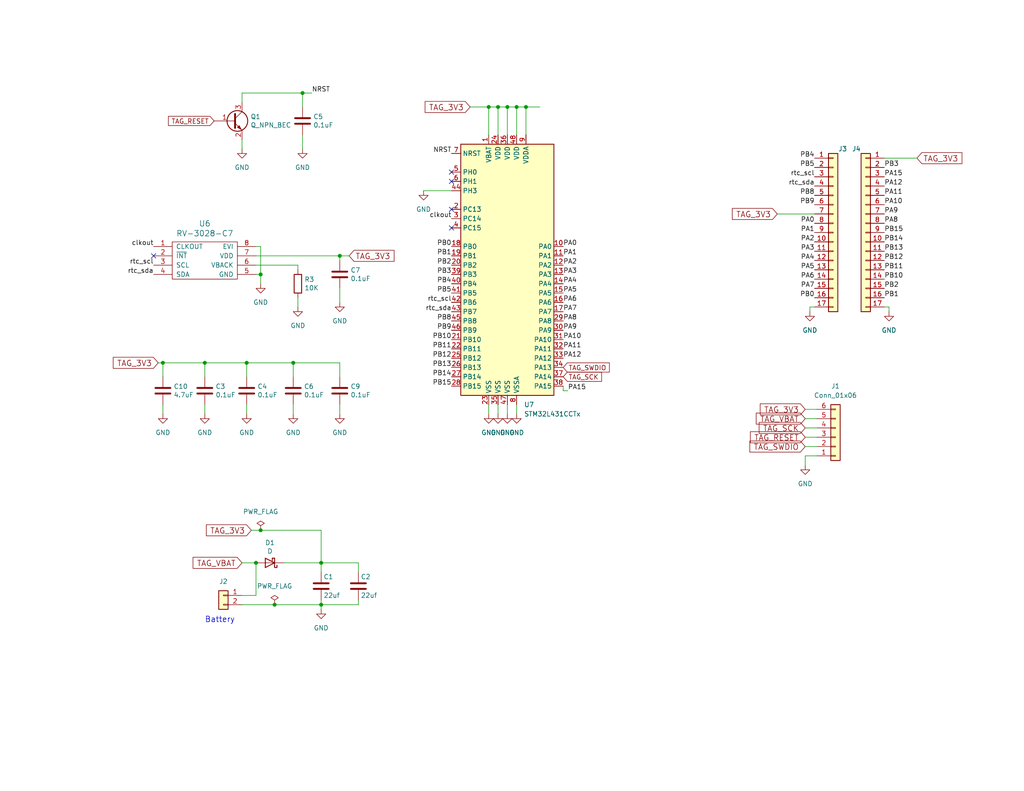
<source format=kicad_sch>
(kicad_sch (version 20211123) (generator eeschema)
  (paper "USLetter")
  (title_block (title "Tag Breakout Board with flash and stlink interface") (date "2024-04-15"))
  (lib_symbols
    (symbol "Connector_Generic:Conn_01x02" (pin_names (offset 1.016) hide)
      (property "Reference" "J" (at 0 2.54 0))
      (property "Value" "Conn_01x02" (at 0 -5.08 0))
      (symbol "Conn_01x02_1_1"
        (rectangle (start -1.27 -2.413) (end 0 -2.667) (stroke (width 0.1524)))
        (rectangle (start -1.27 0.127) (end 0 -0.127) (stroke (width 0.1524)))
        (rectangle (start -1.27 1.27) (end 1.27 -3.81) (stroke (width 0.254)) (fill (type background)))
        (pin passive line (at -5.08 0 0) (length 3.81) (name "Pin_1") (number "1"))
        (pin passive line (at -5.08 -2.54 0) (length 3.81) (name "Pin_2") (number "2"))
      )
    )
    (symbol "Connector_Generic:Conn_01x06" (pin_names (offset 1.016) hide)
      (property "Reference" "J" (at 0 7.62 0))
      (property "Value" "Conn_01x06" (at 0 -10.16 0))
      (symbol "Conn_01x06_1_1"
        (rectangle (start -1.27 -7.493) (end 0 -7.747) (stroke (width 0.1524)))
        (rectangle (start -1.27 -4.953) (end 0 -5.207) (stroke (width 0.1524)))
        (rectangle (start -1.27 -2.413) (end 0 -2.667) (stroke (width 0.1524)))
        (rectangle (start -1.27 0.127) (end 0 -0.127) (stroke (width 0.1524)))
        (rectangle (start -1.27 2.667) (end 0 2.413) (stroke (width 0.1524)))
        (rectangle (start -1.27 5.207) (end 0 4.953) (stroke (width 0.1524)))
        (rectangle (start -1.27 6.35) (end 1.27 -8.89) (stroke (width 0.254)) (fill (type background)))
        (pin passive line (at -5.08 5.08 0) (length 3.81) (name "Pin_1") (number "1"))
        (pin passive line (at -5.08 2.54 0) (length 3.81) (name "Pin_2") (number "2"))
        (pin passive line (at -5.08 0 0) (length 3.81) (name "Pin_3") (number "3"))
        (pin passive line (at -5.08 -2.54 0) (length 3.81) (name "Pin_4") (number "4"))
        (pin passive line (at -5.08 -5.08 0) (length 3.81) (name "Pin_5") (number "5"))
        (pin passive line (at -5.08 -7.62 0) (length 3.81) (name "Pin_6") (number "6"))
      )
    )
    (symbol "Connector_Generic:Conn_01x17" (pin_names (offset 1.016) hide)
      (property "Reference" "J" (at 0 22.86 0))
      (property "Value" "Conn_01x17" (at 0 -22.86 0))
      (symbol "Conn_01x17_1_1"
        (rectangle (start -1.27 -20.193) (end 0 -20.447) (stroke (width 0.1524)))
        (rectangle (start -1.27 -17.653) (end 0 -17.907) (stroke (width 0.1524)))
        (rectangle (start -1.27 -15.113) (end 0 -15.367) (stroke (width 0.1524)))
        (rectangle (start -1.27 -12.573) (end 0 -12.827) (stroke (width 0.1524)))
        (rectangle (start -1.27 -10.033) (end 0 -10.287) (stroke (width 0.1524)))
        (rectangle (start -1.27 -7.493) (end 0 -7.747) (stroke (width 0.1524)))
        (rectangle (start -1.27 -4.953) (end 0 -5.207) (stroke (width 0.1524)))
        (rectangle (start -1.27 -2.413) (end 0 -2.667) (stroke (width 0.1524)))
        (rectangle (start -1.27 0.127) (end 0 -0.127) (stroke (width 0.1524)))
        (rectangle (start -1.27 2.667) (end 0 2.413) (stroke (width 0.1524)))
        (rectangle (start -1.27 5.207) (end 0 4.953) (stroke (width 0.1524)))
        (rectangle (start -1.27 7.747) (end 0 7.493) (stroke (width 0.1524)))
        (rectangle (start -1.27 10.287) (end 0 10.033) (stroke (width 0.1524)))
        (rectangle (start -1.27 12.827) (end 0 12.573) (stroke (width 0.1524)))
        (rectangle (start -1.27 15.367) (end 0 15.113) (stroke (width 0.1524)))
        (rectangle (start -1.27 17.907) (end 0 17.653) (stroke (width 0.1524)))
        (rectangle (start -1.27 20.447) (end 0 20.193) (stroke (width 0.1524)))
        (rectangle (start -1.27 21.59) (end 1.27 -21.59) (stroke (width 0.254)) (fill (type background)))
        (pin passive line (at -5.08 20.32 0) (length 3.81) (name "Pin_1") (number "1"))
        (pin passive line (at -5.08 -2.54 0) (length 3.81) (name "Pin_10") (number "10"))
        (pin passive line (at -5.08 -5.08 0) (length 3.81) (name "Pin_11") (number "11"))
        (pin passive line (at -5.08 -7.62 0) (length 3.81) (name "Pin_12") (number "12"))
        (pin passive line (at -5.08 -10.16 0) (length 3.81) (name "Pin_13") (number "13"))
        (pin passive line (at -5.08 -12.7 0) (length 3.81) (name "Pin_14") (number "14"))
        (pin passive line (at -5.08 -15.24 0) (length 3.81) (name "Pin_15") (number "15"))
        (pin passive line (at -5.08 -17.78 0) (length 3.81) (name "Pin_16") (number "16"))
        (pin passive line (at -5.08 -20.32 0) (length 3.81) (name "Pin_17") (number "17"))
        (pin passive line (at -5.08 17.78 0) (length 3.81) (name "Pin_2") (number "2"))
        (pin passive line (at -5.08 15.24 0) (length 3.81) (name "Pin_3") (number "3"))
        (pin passive line (at -5.08 12.7 0) (length 3.81) (name "Pin_4") (number "4"))
        (pin passive line (at -5.08 10.16 0) (length 3.81) (name "Pin_5") (number "5"))
        (pin passive line (at -5.08 7.62 0) (length 3.81) (name "Pin_6") (number "6"))
        (pin passive line (at -5.08 5.08 0) (length 3.81) (name "Pin_7") (number "7"))
        (pin passive line (at -5.08 2.54 0) (length 3.81) (name "Pin_8") (number "8"))
        (pin passive line (at -5.08 0 0) (length 3.81) (name "Pin_9") (number "9"))
      )
    )
    (symbol "Device:C" (pin_numbers hide) (pin_names (offset 0.254))
      (property "Reference" "C" (at 0.635 2.54 0))
      (property "Value" "C" (at 0.635 -2.54 0))
      (symbol "C_0_1"
        (polyline (pts (xy -2.032 -0.762) (xy 2.032 -0.762)) (stroke (width 0.508)))
        (polyline (pts (xy -2.032 0.762) (xy 2.032 0.762)) (stroke (width 0.508)))
      )
      (symbol "C_1_1"
        (pin passive line (at 0 3.81 270) (length 2.794) (name "~") (number "1"))
        (pin passive line (at 0 -3.81 90) (length 2.794) (name "~") (number "2"))
      )
    )
    (symbol "Device:D_Schottky" (pin_numbers hide) (pin_names (offset 1.016) hide)
      (property "Reference" "D" (at 0 2.54 0))
      (property "Value" "D_Schottky" (at 0 -2.54 0))
      (symbol "D_Schottky_0_1"
        (polyline (pts (xy 1.27 0) (xy -1.27 0)))
        (polyline (pts (xy 1.27 1.27) (xy 1.27 -1.27) (xy -1.27 0) (xy 1.27 1.27)) (stroke (width 0.254)))
        (polyline (pts (xy -1.905 0.635) (xy -1.905 1.27) (xy -1.27 1.27) (xy -1.27 -1.27) (xy -0.635 -1.27) (xy -0.635 -0.635)) (stroke (width 0.254)))
      )
      (symbol "D_Schottky_1_1"
        (pin passive line (at -3.81 0 0) (length 2.54) (name "K") (number "1"))
        (pin passive line (at 3.81 0 180) (length 2.54) (name "A") (number "2"))
      )
    )
    (symbol "Device:Q_NPN_BEC" (pin_names (offset 0) hide)
      (property "Reference" "Q" (at 5.08 1.27 0))
      (property "Value" "Q_NPN_BEC" (at 5.08 -1.27 0))
      (symbol "Q_NPN_BEC_0_1"
        (polyline (pts (xy 0.635 0.635) (xy 2.54 2.54)))
        (polyline (pts (xy 0.635 -0.635) (xy 2.54 -2.54) (xy 2.54 -2.54)))
        (polyline (pts (xy 0.635 1.905) (xy 0.635 -1.905) (xy 0.635 -1.905)) (stroke (width 0.508)))
        (polyline (pts (xy 1.27 -1.778) (xy 1.778 -1.27) (xy 2.286 -2.286) (xy 1.27 -1.778) (xy 1.27 -1.778)) (fill (type outline)))
        (circle (center 1.27 0) (radius 2.8194) (stroke (width 0.254)))
      )
      (symbol "Q_NPN_BEC_1_1"
        (pin input line (at -5.08 0 0) (length 5.715) (name "B") (number "1"))
        (pin passive line (at 2.54 -5.08 90) (length 2.54) (name "E") (number "2"))
        (pin passive line (at 2.54 5.08 270) (length 2.54) (name "C") (number "3"))
      )
    )
    (symbol "Device:R" (pin_numbers hide) (pin_names (offset 0))
      (property "Reference" "R" (at 2.032 0 90))
      (property "Value" "R" (at 0 0 90))
      (symbol "R_0_1"
        (rectangle (start -1.016 -2.54) (end 1.016 2.54) (stroke (width 0.254)))
      )
      (symbol "R_1_1"
        (pin passive line (at 0 3.81 270) (length 1.27) (name "~") (number "1"))
        (pin passive line (at 0 -3.81 90) (length 1.27) (name "~") (number "2"))
      )
    )
    (symbol "MCU_ST_STM32L4:STM32L431CCTx"
      (property "Reference" "U" (at -12.7 34.29 0))
      (property "Value" "STM32L431CCTx" (at 7.62 34.29 0))
      (symbol "STM32L431CCTx_0_1"
        (rectangle (start -12.7 -35.56) (end 12.7 33.02) (stroke (width 0.254)) (fill (type background)))
      )
      (symbol "STM32L431CCTx_1_1"
        (pin power_in line (at -5.08 35.56 270) (length 2.54) (name "VBAT") (number "1"))
        (pin bidirectional line (at 15.24 5.08 180) (length 2.54) (name "PA0") (number "10"))
        (pin bidirectional line (at 15.24 2.54 180) (length 2.54) (name "PA1") (number "11"))
        (pin bidirectional line (at 15.24 0 180) (length 2.54) (name "PA2") (number "12"))
        (pin bidirectional line (at 15.24 -2.54 180) (length 2.54) (name "PA3") (number "13"))
        (pin bidirectional line (at 15.24 -5.08 180) (length 2.54) (name "PA4") (number "14"))
        (pin bidirectional line (at 15.24 -7.62 180) (length 2.54) (name "PA5") (number "15"))
        (pin bidirectional line (at 15.24 -10.16 180) (length 2.54) (name "PA6") (number "16"))
        (pin bidirectional line (at 15.24 -12.7 180) (length 2.54) (name "PA7") (number "17"))
        (pin bidirectional line (at -15.24 5.08 0) (length 2.54) (name "PB0") (number "18"))
        (pin bidirectional line (at -15.24 2.54 0) (length 2.54) (name "PB1") (number "19"))
        (pin bidirectional line (at -15.24 15.24 0) (length 2.54) (name "PC13") (number "2"))
        (pin bidirectional line (at -15.24 0 0) (length 2.54) (name "PB2") (number "20"))
        (pin bidirectional line (at -15.24 -20.32 0) (length 2.54) (name "PB10") (number "21"))
        (pin bidirectional line (at -15.24 -22.86 0) (length 2.54) (name "PB11") (number "22"))
        (pin power_in line (at -5.08 -38.1 90) (length 2.54) (name "VSS") (number "23"))
        (pin power_in line (at -2.54 35.56 270) (length 2.54) (name "VDD") (number "24"))
        (pin bidirectional line (at -15.24 -25.4 0) (length 2.54) (name "PB12") (number "25"))
        (pin bidirectional line (at -15.24 -27.94 0) (length 2.54) (name "PB13") (number "26"))
        (pin bidirectional line (at -15.24 -30.48 0) (length 2.54) (name "PB14") (number "27"))
        (pin bidirectional line (at -15.24 -33.02 0) (length 2.54) (name "PB15") (number "28"))
        (pin bidirectional line (at 15.24 -15.24 180) (length 2.54) (name "PA8") (number "29"))
        (pin bidirectional line (at -15.24 12.7 0) (length 2.54) (name "PC14") (number "3"))
        (pin bidirectional line (at 15.24 -17.78 180) (length 2.54) (name "PA9") (number "30"))
        (pin bidirectional line (at 15.24 -20.32 180) (length 2.54) (name "PA10") (number "31"))
        (pin bidirectional line (at 15.24 -22.86 180) (length 2.54) (name "PA11") (number "32"))
        (pin bidirectional line (at 15.24 -25.4 180) (length 2.54) (name "PA12") (number "33"))
        (pin bidirectional line (at 15.24 -27.94 180) (length 2.54) (name "PA13") (number "34"))
        (pin power_in line (at -2.54 -38.1 90) (length 2.54) (name "VSS") (number "35"))
        (pin power_in line (at 0 35.56 270) (length 2.54) (name "VDD") (number "36"))
        (pin bidirectional line (at 15.24 -30.48 180) (length 2.54) (name "PA14") (number "37"))
        (pin bidirectional line (at 15.24 -33.02 180) (length 2.54) (name "PA15") (number "38"))
        (pin bidirectional line (at -15.24 -2.54 0) (length 2.54) (name "PB3") (number "39"))
        (pin bidirectional line (at -15.24 10.16 0) (length 2.54) (name "PC15") (number "4"))
        (pin bidirectional line (at -15.24 -5.08 0) (length 2.54) (name "PB4") (number "40"))
        (pin bidirectional line (at -15.24 -7.62 0) (length 2.54) (name "PB5") (number "41"))
        (pin bidirectional line (at -15.24 -10.16 0) (length 2.54) (name "PB6") (number "42"))
        (pin bidirectional line (at -15.24 -12.7 0) (length 2.54) (name "PB7") (number "43"))
        (pin bidirectional line (at -15.24 20.32 0) (length 2.54) (name "PH3") (number "44"))
        (pin bidirectional line (at -15.24 -15.24 0) (length 2.54) (name "PB8") (number "45"))
        (pin bidirectional line (at -15.24 -17.78 0) (length 2.54) (name "PB9") (number "46"))
        (pin power_in line (at 0 -38.1 90) (length 2.54) (name "VSS") (number "47"))
        (pin power_in line (at 2.54 35.56 270) (length 2.54) (name "VDD") (number "48"))
        (pin input line (at -15.24 25.4 0) (length 2.54) (name "PH0") (number "5"))
        (pin input line (at -15.24 22.86 0) (length 2.54) (name "PH1") (number "6"))
        (pin input line (at -15.24 30.48 0) (length 2.54) (name "NRST") (number "7"))
        (pin power_in line (at 2.54 -38.1 90) (length 2.54) (name "VSSA") (number "8"))
        (pin power_in line (at 5.08 35.56 270) (length 2.54) (name "VDDA") (number "9"))
      )
    )
    (symbol "power:GND" (power) (pin_names (offset 0))
      (property "Value" "GND" (at 0 -3.81 0))
      (symbol "GND_0_1"
        (polyline (pts (xy 0 0) (xy 0 -1.27) (xy 1.27 -1.27) (xy 0 -2.54) (xy -1.27 -1.27) (xy 0 -1.27)))
      )
      (symbol "GND_1_1"
        (pin power_in line (at 0 0 270) (length 0) hide (name "GND") (number "1"))
      )
    )
    (symbol "power:PWR_FLAG" (power) (pin_numbers hide) (pin_names (offset 0) hide)
      (property "Value" "PWR_FLAG" (at 0 3.81 0))
      (symbol "PWR_FLAG_0_0"
        (pin power_out line (at 0 0 90) (length 0) (name "pwr") (number "1"))
      )
      (symbol "PWR_FLAG_0_1"
        (polyline (pts (xy 0 0) (xy 0 1.27) (xy -1.016 1.905) (xy 0 2.54) (xy 1.016 1.905) (xy 0 1.27)))
      )
    )
    (symbol "tag-breakout-v2-rescue:RV-3028-C7-gpsparts" (pin_names (offset 1.016))
      (property "Reference" "U" (at 0 7.62 0))
      (property "Value" "RV-3028-C7-gpsparts" (at 1.27 -7.62 0))
      (symbol "RV-3028-C7-gpsparts_0_1"
        (rectangle (start -8.89 5.08) (end 8.89 -5.08))
      )
      (symbol "RV-3028-C7-gpsparts_1_1"
        (pin input line (at -13.97 3.81 0) (length 5.08) (name "CLKOUT") (number "1"))
        (pin input line (at -13.97 1.27 0) (length 5.08) (name "~{INT}") (number "2"))
        (pin input line (at -13.97 -1.27 0) (length 5.08) (name "SCL") (number "3"))
        (pin input line (at -13.97 -3.81 0) (length 5.08) (name "SDA") (number "4"))
        (pin input line (at 13.97 -3.81 180) (length 5.08) (name "GND") (number "5"))
        (pin input line (at 13.97 -1.27 180) (length 5.08) (name "VBACK") (number "6"))
        (pin input line (at 13.97 1.27 180) (length 5.08) (name "VDD") (number "7"))
        (pin input line (at 13.97 3.81 180) (length 5.08) (name "EVI") (number "8"))
      )
    )
  )
  (junction (at 74.93 165.1))
  (junction (at 82.55 25.4))
  (junction (at 71.12 144.78))
  (junction (at 138.43 29.21))
  (junction (at 71.12 74.93))
  (junction (at 67.31 99.06))
  (junction (at 44.45 99.06))
  (junction (at 87.63 153.67))
  (junction (at 133.35 29.21))
  (junction (at 69.85 153.67))
  (junction (at 92.71 69.85))
  (junction (at 140.97 29.21))
  (junction (at 135.89 29.21))
  (junction (at 143.51 29.21))
  (junction (at 87.63 165.1))
  (junction (at 80.01 99.06))
  (junction (at 55.88 99.06))
  (no_connect (at 123.19 57.15))
  (no_connect (at 41.91 69.85))
  (no_connect (at 123.19 46.99))
  (no_connect (at 123.19 62.23))
  (no_connect (at 123.19 49.53))
  (wire (pts (xy 133.35 29.21) (xy 135.89 29.21)))
  (wire (pts (xy 143.51 29.21) (xy 147.32 29.21)))
  (wire (pts (xy 82.55 29.21) (xy 82.55 25.4)))
  (wire (pts (xy 82.55 25.4) (xy 66.04 25.4)))
  (wire (pts (xy 87.63 153.67) (xy 87.63 156.21)))
  (wire (pts (xy 242.57 83.82) (xy 242.57 85.09)))
  (wire (pts (xy 68.58 144.78) (xy 71.12 144.78)))
  (wire (pts (xy 219.71 119.38) (xy 222.885 119.38)))
  (wire (pts (xy 143.51 29.21) (xy 143.51 36.83)))
  (wire (pts (xy 80.01 110.49) (xy 80.01 113.03)))
  (wire (pts (xy 74.93 165.1) (xy 87.63 165.1)))
  (wire (pts (xy 81.28 81.28) (xy 81.28 83.82)))
  (wire (pts (xy 82.55 36.83) (xy 82.55 40.64)))
  (wire (pts (xy 219.71 121.92) (xy 222.885 121.92)))
  (wire (pts (xy 92.71 71.12) (xy 92.71 69.85)))
  (wire (pts (xy 220.98 83.82) (xy 220.98 85.09)))
  (wire (pts (xy 138.43 29.21) (xy 140.97 29.21)))
  (wire (pts (xy 81.28 72.39) (xy 81.28 73.66)))
  (wire (pts (xy 85.09 25.4) (xy 82.55 25.4)))
  (wire (pts (xy 133.35 110.49) (xy 133.35 113.03)))
  (wire (pts (xy 92.71 69.85) (xy 95.25 69.85)))
  (wire (pts (xy 153.67 106.68) (xy 154.94 106.68)))
  (wire (pts (xy 66.04 25.4) (xy 66.04 27.94)))
  (wire (pts (xy 44.45 99.06) (xy 55.88 99.06)))
  (wire (pts (xy 80.01 99.06) (xy 92.71 99.06)))
  (wire (pts (xy 135.89 110.49) (xy 135.89 113.03)))
  (wire (pts (xy 115.57 52.07) (xy 123.19 52.07)))
  (wire (pts (xy 92.71 110.49) (xy 92.71 113.03)))
  (wire (pts (xy 140.97 29.21) (xy 140.97 36.83)))
  (wire (pts (xy 87.63 165.1) (xy 87.63 166.37)))
  (wire (pts (xy 138.43 29.21) (xy 138.43 36.83)))
  (wire (pts (xy 66.04 38.1) (xy 66.04 40.64)))
  (wire (pts (xy 43.18 99.06) (xy 44.45 99.06)))
  (wire (pts (xy 71.12 144.78) (xy 87.63 144.78)))
  (wire (pts (xy 92.71 99.06) (xy 92.71 102.87)))
  (wire (pts (xy 71.12 67.31) (xy 71.12 74.93)))
  (wire (pts (xy 219.71 116.84) (xy 222.885 116.84)))
  (wire (pts (xy 67.31 110.49) (xy 67.31 113.03)))
  (wire (pts (xy 67.31 99.06) (xy 80.01 99.06)))
  (wire (pts (xy 219.71 114.3) (xy 222.885 114.3)))
  (wire (pts (xy 212.09 58.42) (xy 222.25 58.42)))
  (wire (pts (xy 55.88 99.06) (xy 55.88 102.87)))
  (wire (pts (xy 133.35 29.21) (xy 133.35 36.83)))
  (wire (pts (xy 135.89 29.21) (xy 135.89 36.83)))
  (wire (pts (xy 97.79 165.1) (xy 97.79 163.83)))
  (wire (pts (xy 55.88 99.06) (xy 67.31 99.06)))
  (wire (pts (xy 67.31 99.06) (xy 67.31 102.87)))
  (wire (pts (xy 55.88 110.49) (xy 55.88 113.03)))
  (wire (pts (xy 138.43 110.49) (xy 138.43 113.03)))
  (wire (pts (xy 87.63 165.1) (xy 97.79 165.1)))
  (wire (pts (xy 44.45 102.87) (xy 44.45 99.06)))
  (wire (pts (xy 219.71 124.46) (xy 222.885 124.46)))
  (wire (pts (xy 219.71 111.76) (xy 222.885 111.76)))
  (wire (pts (xy 241.3 83.82) (xy 242.57 83.82)))
  (wire (pts (xy 69.85 69.85) (xy 92.71 69.85)))
  (wire (pts (xy 92.71 78.74) (xy 92.71 82.55)))
  (wire (pts (xy 222.25 83.82) (xy 220.98 83.82)))
  (wire (pts (xy 69.85 162.56) (xy 66.04 162.56)))
  (wire (pts (xy 66.04 165.1) (xy 74.93 165.1)))
  (wire (pts (xy 44.45 110.49) (xy 44.45 113.03)))
  (wire (pts (xy 87.63 153.67) (xy 97.79 153.67)))
  (wire (pts (xy 140.97 110.49) (xy 140.97 113.03)))
  (wire (pts (xy 140.97 29.21) (xy 143.51 29.21)))
  (wire (pts (xy 69.85 67.31) (xy 71.12 67.31)))
  (wire (pts (xy 80.01 99.06) (xy 80.01 102.87)))
  (wire (pts (xy 97.79 153.67) (xy 97.79 156.21)))
  (wire (pts (xy 128.27 29.21) (xy 133.35 29.21)))
  (wire (pts (xy 135.89 29.21) (xy 138.43 29.21)))
  (wire (pts (xy 87.63 163.83) (xy 87.63 165.1)))
  (wire (pts (xy 69.85 72.39) (xy 81.28 72.39)))
  (wire (pts (xy 77.47 153.67) (xy 87.63 153.67)))
  (wire (pts (xy 241.3 43.18) (xy 250.19 43.18)))
  (wire (pts (xy 69.85 153.67) (xy 69.85 162.56)))
  (wire (pts (xy 153.67 105.41) (xy 153.67 106.68)))
  (wire (pts (xy 219.71 127) (xy 219.71 124.46)))
  (wire (pts (xy 71.12 74.93) (xy 71.12 77.47)))
  (wire (pts (xy 66.04 153.67) (xy 69.85 153.67)))
  (wire (pts (xy 87.63 144.78) (xy 87.63 153.67)))
  (wire (pts (xy 69.85 74.93) (xy 71.12 74.93)))
  (text "Battery" (at 55.88 170.18 0) (effects (font (size 1.524 1.524)) (justify left bottom)))
  (label "PA15" (at 241.3 48.26 0))
  (label "PB9" (at 222.25 55.88 180))
  (label "PB0" (at 222.25 81.28 180))
  (label "PA10" (at 241.3 55.88 0))
  (label "PB3" (at 241.3 45.72 0))
  (label "PA0" (at 222.25 60.96 180))
  (label "PB4" (at 222.25 43.18 180))
  (label "PA2" (at 222.25 66.04 180))
  (label "PA8" (at 153.67 87.63 0))
  (label "PB15" (at 241.3 63.5 0))
  (label "PB8" (at 222.25 53.34 180))
  (label "PA5" (at 153.67 80.01 0))
  (label "PA0" (at 153.67 67.31 0))
  (label "PB13" (at 123.19 100.33 180))
  (label "PA8" (at 241.3 60.96 0))
  (label "PA10" (at 153.67 92.71 0))
  (label "PB2" (at 241.3 78.74 0))
  (label "PA1" (at 153.67 69.85 0))
  (label "PB4" (at 123.19 77.47 180))
  (label "PB10" (at 123.19 92.71 180))
  (label "PA12" (at 153.67 97.79 0))
  (label "PA4" (at 153.67 77.47 0))
  (label "PB2" (at 123.19 72.39 180))
  (label "PA3" (at 153.67 74.93 0))
  (label "rtc_sda" (at 123.19 85.09 180))
  (label "PB12" (at 241.3 71.12 0))
  (label "PA12" (at 241.3 50.8 0))
  (label "PB5" (at 123.19 80.01 180))
  (label "PB0" (at 123.19 67.31 180))
  (label "PB11" (at 241.3 73.66 0))
  (label "PB1" (at 123.19 69.85 180))
  (label "rtc_scl" (at 41.91 72.39 180))
  (label "NRST" (at 123.19 41.91 180))
  (label "PA6" (at 222.25 76.2 180))
  (label "rtc_sda" (at 222.25 50.8 180))
  (label "PA7" (at 153.67 85.09 0))
  (label "PB12" (at 123.19 97.79 180))
  (label "PA4" (at 222.25 71.12 180))
  (label "PB3" (at 123.19 74.93 180))
  (label "PA2" (at 153.67 72.39 0))
  (label "PA9" (at 153.67 90.17 0))
  (label "NRST" (at 85.09 25.4 0))
  (label "PB9" (at 123.19 90.17 180))
  (label "PB13" (at 241.3 68.58 0))
  (label "PB11" (at 123.19 95.25 180))
  (label "PB14" (at 123.19 102.87 180))
  (label "PB8" (at 123.19 87.63 180))
  (label "PA11" (at 153.67 95.25 0))
  (label "PA7" (at 222.25 78.74 180))
  (label "PA15" (at 154.94 106.68 0))
  (label "clkout" (at 123.19 59.69 180))
  (label "PB10" (at 241.3 76.2 0))
  (label "PA3" (at 222.25 68.58 180))
  (label "rtc_sda" (at 41.91 74.93 180))
  (label "rtc_scl" (at 222.25 48.26 180))
  (label "PB15" (at 123.19 105.41 180))
  (label "rtc_scl" (at 123.19 82.55 180))
  (label "PA11" (at 241.3 53.34 0))
  (label "PA6" (at 153.67 82.55 0))
  (label "PB5" (at 222.25 45.72 180))
  (label "PA1" (at 222.25 63.5 180))
  (label "PA5" (at 222.25 73.66 180))
  (label "clkout" (at 41.91 67.31 180))
  (label "PA9" (at 241.3 58.42 0))
  (label "PB14" (at 241.3 66.04 0))
  (label "PB1" (at 241.3 81.28 0))
  (global_label "TAG_SCK" (shape input) (at 219.71 116.84 180) (effects (font (size 1.524 1.524))) (property "Intersheet References" "${INTERSHEET_REFS}" (effects hide)))
  (global_label "TAG_SCK" (shape input) (at 153.67 102.87 0) (property "Intersheet References" "${INTERSHEET_REFS}" (effects hide)))
  (global_label "TAG_VBAT" (shape input) (at 66.04 153.67 180) (effects (font (size 1.524 1.524))) (property "Intersheet References" "${INTERSHEET_REFS}" (effects hide)))
  (global_label "TAG_3V3" (shape input) (at 250.19 43.18 0) (effects (font (size 1.524 1.524))) (property "Intersheet References" "${INTERSHEET_REFS}" (effects hide)))
  (global_label "TAG_3V3" (shape input) (at 219.71 111.76 180) (effects (font (size 1.524 1.524))) (property "Intersheet References" "${INTERSHEET_REFS}" (effects hide)))
  (global_label "TAG_RESET" (shape input) (at 219.71 119.38 180) (effects (font (size 1.524 1.524))) (property "Intersheet References" "${INTERSHEET_REFS}" (effects hide)))
  (global_label "TAG_SWDIO" (shape input) (at 219.71 121.92 180) (effects (font (size 1.524 1.524))) (property "Intersheet References" "${INTERSHEET_REFS}" (effects hide)))
  (global_label "TAG_3V3" (shape input) (at 128.27 29.21 180) (effects (font (size 1.524 1.524))) (property "Intersheet References" "${INTERSHEET_REFS}" (effects hide)))
  (global_label "TAG_SWDIO" (shape input) (at 153.67 100.33 0) (property "Intersheet References" "${INTERSHEET_REFS}" (effects hide)))
  (global_label "TAG_3V3" (shape input) (at 43.18 99.06 180) (effects (font (size 1.524 1.524))) (property "Intersheet References" "${INTERSHEET_REFS}" (effects hide)))
  (global_label "TAG_VBAT" (shape input) (at 219.71 114.3 180) (effects (font (size 1.524 1.524))) (property "Intersheet References" "${INTERSHEET_REFS}" (effects hide)))
  (global_label "TAG_3V3" (shape input) (at 68.58 144.78 180) (effects (font (size 1.524 1.524))) (property "Intersheet References" "${INTERSHEET_REFS}" (effects hide)))
  (global_label "TAG_3V3" (shape input) (at 212.09 58.42 180) (effects (font (size 1.524 1.524))) (property "Intersheet References" "${INTERSHEET_REFS}" (effects hide)))
  (global_label "TAG_3V3" (shape input) (at 95.25 69.85 0) (effects (font (size 1.524 1.524))) (property "Intersheet References" "${INTERSHEET_REFS}" (effects hide)))
  (global_label "TAG_RESET" (shape input) (at 58.42 33.02 180) (property "Intersheet References" "${INTERSHEET_REFS}" (effects hide)))
  (symbol (lib_id "Device:R") (at 81.28 77.47 180) (unit 1)
    (property "Reference" "R3" (at 83.058 76.3016 0) (effects (justify right)))
    (property "Value" "10K" (at 83.058 78.613 0) (effects (justify right)))
    (property "Footprint" "Resistor_SMD:R_0603_1608Metric" (effects hide))
    (property "LCSC" "C25804" (effects hide))
  )
  (symbol (lib_id "power:PWR_FLAG") (at 74.93 165.1 0) (unit 1)
    (property "Reference" "#FLG0102" (effects hide))
    (property "Value" "PWR_FLAG" (at 74.93 160.02 0))
  )
  (symbol (lib_id "Connector_Generic:Conn_01x06") (at 227.965 119.38 0) (mirror x) (unit 1)
    (property "Reference" "J1" (at 227.965 105.41 0))
    (property "Value" "Conn_01x06" (at 227.965 107.95 0))
    (property "Footprint" "lib_fp:CONN_B6B-ZR_JST" (effects hide))
  )
  (symbol (lib_id "power:GND") (at 55.88 113.03 0) (unit 1)
    (property "Reference" "#PWR0114" (effects hide))
    (property "Value" "GND" (at 55.88 118.11 0))
  )
  (symbol (lib_id "Device:C") (at 55.88 106.68 0) (unit 1)
    (property "Reference" "C3" (at 58.801 105.5116 0) (effects (justify left)))
    (property "Value" "0.1uF" (at 58.801 107.823 0) (effects (justify left)))
    (property "Footprint" "Capacitor_SMD:C_0603_1608Metric" (effects hide))
    (property "LCSC" "C14663" (effects hide))
  )
  (symbol (lib_id "power:GND") (at 133.35 113.03 0) (unit 1)
    (property "Reference" "#PWR0117" (effects hide))
    (property "Value" "GND" (at 133.35 118.11 0))
  )
  (symbol (lib_id "power:GND") (at 67.31 113.03 0) (unit 1)
    (property "Reference" "#PWR0113" (effects hide))
    (property "Value" "GND" (at 67.31 118.11 0))
  )
  (symbol (lib_id "Device:C") (at 80.01 106.68 0) (unit 1)
    (property "Reference" "C6" (at 82.931 105.5116 0) (effects (justify left)))
    (property "Value" "0.1uF" (at 82.931 107.823 0) (effects (justify left)))
    (property "Footprint" "Capacitor_SMD:C_0603_1608Metric" (effects hide))
    (property "LCSC" "C14663" (effects hide))
  )
  (symbol (lib_id "power:GND") (at 92.71 82.55 0) (unit 1)
    (property "Reference" "#PWR0107" (effects hide))
    (property "Value" "GND" (at 92.71 87.63 0))
  )
  (symbol (lib_id "Device:C") (at 92.71 106.68 0) (unit 1)
    (property "Reference" "C9" (at 95.631 105.5116 0) (effects (justify left)))
    (property "Value" "0.1uF" (at 95.631 107.823 0) (effects (justify left)))
    (property "Footprint" "Capacitor_SMD:C_0603_1608Metric" (effects hide))
    (property "LCSC" "C14663" (effects hide))
  )
  (symbol (lib_id "Connector_Generic:Conn_01x17") (at 236.22 63.5 0) (mirror y) (unit 1)
    (property "Reference" "J4" (at 233.68 40.64 0))
    (property "Value" "Conn_01x17" (effects hide))
    (property "Footprint" "Connector_PinSocket_2.54mm:PinSocket_1x17_P2.54mm_Vertical" (effects hide))
  )
  (symbol (lib_id "power:GND") (at 92.71 113.03 0) (unit 1)
    (property "Reference" "#PWR0111" (effects hide))
    (property "Value" "GND" (at 92.71 118.11 0))
  )
  (symbol (lib_id "Connector_Generic:Conn_01x02") (at 60.96 162.56 0) (mirror y) (unit 1)
    (property "Reference" "J2" (at 60.96 158.75 0))
    (property "Value" "CONN_01X02" (effects hide))
    (property "Footprint" "Connector_PinHeader_2.54mm:PinHeader_1x02_P2.54mm_Vertical" (effects hide))
    (property "Populate" "No" (effects hide))
    (property "Config" "DNF" (effects hide))
    (property "DNP" "1" (effects hide))
  )
  (symbol (lib_id "power:GND") (at 81.28 83.82 0) (unit 1)
    (property "Reference" "#PWR0108" (effects hide))
    (property "Value" "GND" (at 81.28 88.9 0))
  )
  (symbol (lib_id "power:GND") (at 80.01 113.03 0) (unit 1)
    (property "Reference" "#PWR0110" (effects hide))
    (property "Value" "GND" (at 80.01 118.11 0))
  )
  (symbol (lib_id "Device:Q_NPN_BEC") (at 63.5 33.02 0) (unit 1)
    (property "Reference" "Q1" (at 68.3514 31.8516 0) (effects (justify left)))
    (property "Value" "Q_NPN_BEC" (at 68.3514 34.163 0) (effects (justify left)))
    (property "Footprint" "Package_TO_SOT_SMD:SOT-23" (effects hide))
    (property "LCSC" "C20527" (effects hide))
  )
  (symbol (lib_id "power:GND") (at 66.04 40.64 0) (unit 1)
    (property "Reference" "#PWR0105" (effects hide))
    (property "Value" "GND" (at 66.04 45.72 0))
  )
  (symbol (lib_id "power:PWR_FLAG") (at 71.12 144.78 0) (unit 1)
    (property "Reference" "#FLG0101" (effects hide))
    (property "Value" "PWR_FLAG" (at 71.12 139.7 0))
  )
  (symbol (lib_id "Connector_Generic:Conn_01x17") (at 227.33 63.5 0) (unit 1)
    (property "Reference" "J3" (at 231.14 40.64 0) (effects (justify right)))
    (property "Value" "Conn_01x17" (effects hide))
    (property "Footprint" "Connector_PinSocket_2.54mm:PinSocket_1x17_P2.54mm_Vertical" (effects hide))
  )
  (symbol (lib_id "power:GND") (at 87.63 166.37 0) (unit 1)
    (property "Reference" "#PWR0106" (effects hide))
    (property "Value" "GND" (at 87.63 171.45 0))
  )
  (symbol (lib_id "Device:C") (at 82.55 33.02 0) (unit 1)
    (property "Reference" "C5" (at 85.471 31.8516 0) (effects (justify left)))
    (property "Value" "0.1uF" (at 85.471 34.163 0) (effects (justify left)))
    (property "Footprint" "Capacitor_SMD:C_0603_1608Metric" (effects hide))
    (property "LCSC" "C14663" (effects hide))
  )
  (symbol (lib_id "power:GND") (at 71.12 77.47 0) (unit 1)
    (property "Reference" "#PWR0109" (effects hide))
    (property "Value" "GND" (at 71.12 82.55 0))
  )
  (symbol (lib_id "power:GND") (at 219.71 127 0) (unit 1)
    (property "Reference" "#PWR0112" (effects hide))
    (property "Value" "GND" (at 219.71 132.08 0))
  )
  (symbol (lib_id "power:GND") (at 82.55 40.64 0) (unit 1)
    (property "Reference" "#PWR0104" (effects hide))
    (property "Value" "GND" (at 82.55 45.72 0))
  )
  (symbol (lib_id "power:GND") (at 115.57 52.07 0) (unit 1)
    (property "Reference" "#PWR0101" (effects hide))
    (property "Value" "GND" (at 115.57 57.15 0))
  )
  (symbol (lib_id "power:GND") (at 138.43 113.03 0) (unit 1)
    (property "Reference" "#PWR0119" (effects hide))
    (property "Value" "GND" (at 138.43 118.11 0))
  )
  (symbol (lib_id "Device:C") (at 87.63 160.02 0) (unit 1)
    (property "Reference" "C1" (at 88.265 157.48 0) (effects (justify left)))
    (property "Value" "22uf" (at 88.265 162.56 0) (effects (justify left)))
    (property "Footprint" "Capacitor_SMD:C_0402_1005Metric" (effects hide))
    (property "DISTPN" "478-9839-1-ND" (effects hide))
    (property "MFN" "AVX" (effects hide))
    (property "MPN" "04026D226MAT2A" (effects hide))
  )
  (symbol (lib_id "power:GND") (at 135.89 113.03 0) (unit 1)
    (property "Reference" "#PWR0118" (effects hide))
    (property "Value" "GND" (at 135.89 118.11 0))
  )
  (symbol (lib_id "Device:D_Schottky") (at 73.66 153.67 180) (unit 1)
    (property "Reference" "D1" (at 73.66 148.1836 0))
    (property "Value" "D" (at 73.66 150.495 0))
    (property "Footprint" "Diode_SMD:D_0402_1005Metric" (effects hide))
    (property "MFN" "COMCHIP" (effects hide))
    (property "MPN" "CDBQC0130L-HF" (effects hide))
    (property "DISTPN" "641-1519-1-ND" (effects hide))
  )
  (symbol (lib_id "Device:C") (at 67.31 106.68 0) (unit 1)
    (property "Reference" "C4" (at 70.231 105.5116 0) (effects (justify left)))
    (property "Value" "0.1uF" (at 70.231 107.823 0) (effects (justify left)))
    (property "Footprint" "Capacitor_SMD:C_0603_1608Metric" (effects hide))
    (property "LCSC" "C14663" (effects hide))
  )
  (symbol (lib_id "Device:C") (at 92.71 74.93 0) (unit 1)
    (property "Reference" "C7" (at 95.631 73.7616 0) (effects (justify left)))
    (property "Value" "0.1uF" (at 95.631 76.073 0) (effects (justify left)))
    (property "Footprint" "Capacitor_SMD:C_0603_1608Metric" (effects hide))
    (property "LCSC" "C14663" (effects hide))
  )
  (symbol (lib_id "tag-breakout-v2-rescue:RV-3028-C7-gpsparts") (at 55.88 71.12 0) (unit 1)
    (property "Reference" "U6" (at 55.88 61.0362 0) (effects (font (size 1.524 1.524))))
    (property "Value" "RV-3028-C7" (at 55.88 63.7286 0) (effects (font (size 1.524 1.524))))
    (property "Footprint" "lib_fp:RV-8803-C7" (effects hide))
  )
  (symbol (lib_id "power:GND") (at 44.45 113.03 0) (unit 1)
    (property "Reference" "#PWR0115" (effects hide))
    (property "Value" "GND" (at 44.45 118.11 0))
  )
  (symbol (lib_id "Device:C") (at 44.45 106.68 0) (unit 1)
    (property "Reference" "C10" (at 47.371 105.5116 0) (effects (justify left)))
    (property "Value" "4.7uF" (at 47.371 107.823 0) (effects (justify left)))
    (property "Footprint" "Capacitor_SMD:C_0603_1608Metric" (effects hide))
    (property "LCSC" "C19666" (effects hide))
  )
  (symbol (lib_id "power:GND") (at 242.57 85.09 0) (unit 1)
    (property "Reference" "#PWR0103" (effects hide))
    (property "Value" "GND" (at 242.57 90.17 0))
  )
  (symbol (lib_id "power:GND") (at 220.98 85.09 0) (unit 1)
    (property "Reference" "#PWR0102" (effects hide))
    (property "Value" "GND" (at 220.98 90.17 0))
  )
  (symbol (lib_id "power:GND") (at 140.97 113.03 0) (unit 1)
    (property "Reference" "#PWR0116" (effects hide))
    (property "Value" "GND" (at 140.97 118.11 0))
  )
  (symbol (lib_id "Device:C") (at 97.79 160.02 0) (unit 1)
    (property "Reference" "C2" (at 98.425 157.48 0) (effects (justify left)))
    (property "Value" "22uf" (at 98.425 162.56 0) (effects (justify left)))
    (property "Footprint" "Capacitor_SMD:C_0402_1005Metric" (effects hide))
    (property "DISTPN" "478-9839-1-ND" (effects hide))
    (property "MFN" "AVX" (effects hide))
    (property "MPN" "04026D226MAT2A" (effects hide))
  )
  (symbol (lib_id "MCU_ST_STM32L4:STM32L431CCTx") (at 138.43 72.39 0) (unit 1)
    (property "Reference" "U7" (at 142.9894 110.49 0) (effects (justify left)))
    (property "Value" "STM32L431CCTx" (at 142.9894 113.03 0) (effects (justify left)))
    (property "Footprint" "Package_QFP:LQFP-48_7x7mm_P0.5mm" (effects hide))
    (property "Datasheet" "http://www.st.com/st-web-ui/static/active/en/resource/technical/document/datasheet/DM00257211.pdf" (effects hide))
    (property "MFP" "STM32L431CCT6" (effects hide))
    (property "JLC" "C486681" (effects hide))
  )
)
</source>
